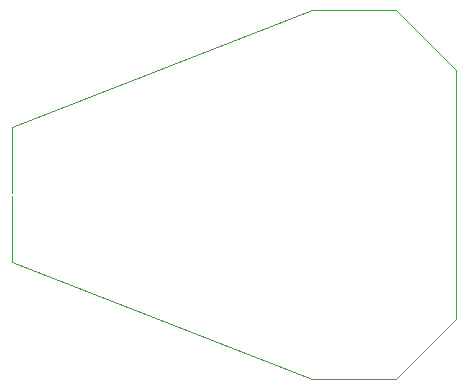
<source format=gbr>
%TF.GenerationSoftware,KiCad,Pcbnew,7.0.5*%
%TF.CreationDate,2023-11-04T19:56:55-04:00*%
%TF.ProjectId,Switch,53776974-6368-42e6-9b69-6361645f7063,rev?*%
%TF.SameCoordinates,Original*%
%TF.FileFunction,Profile,NP*%
%FSLAX46Y46*%
G04 Gerber Fmt 4.6, Leading zero omitted, Abs format (unit mm)*
G04 Created by KiCad (PCBNEW 7.0.5) date 2023-11-04 19:56:55*
%MOMM*%
%LPD*%
G01*
G04 APERTURE LIST*
%TA.AperFunction,Profile*%
%ADD10C,0.100000*%
%TD*%
G04 APERTURE END LIST*
D10*
X163068000Y-67564000D02*
X137668000Y-77470000D01*
X175260000Y-93726000D02*
X170180000Y-98806000D01*
X175260000Y-72644000D02*
X170180000Y-67564000D01*
X170180000Y-67564000D02*
X163068000Y-67564000D01*
X163068000Y-98806000D02*
X137668000Y-88900000D01*
X175260000Y-83058000D02*
X175260000Y-93726000D01*
X137668000Y-77470000D02*
X137668000Y-83058000D01*
X175260000Y-82804000D02*
X175260000Y-83693000D01*
X170180000Y-98806000D02*
X163068000Y-98806000D01*
X175260000Y-83312000D02*
X175260000Y-72644000D01*
X137668000Y-88900000D02*
X137668000Y-83312000D01*
M02*

</source>
